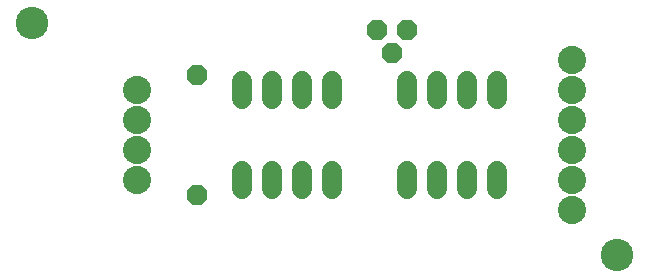
<source format=gbs>
G75*
G70*
%OFA0B0*%
%FSLAX24Y24*%
%IPPOS*%
%LPD*%
%AMOC8*
5,1,8,0,0,1.08239X$1,22.5*
%
%ADD10C,0.1080*%
%ADD11C,0.0680*%
%ADD12OC8,0.0680*%
%ADD13C,0.0940*%
D10*
X001931Y009431D03*
X021431Y001681D03*
D11*
X017431Y003881D02*
X017431Y004481D01*
X016431Y004481D02*
X016431Y003881D01*
X015431Y003881D02*
X015431Y004481D01*
X014431Y004481D02*
X014431Y003881D01*
X011931Y003881D02*
X011931Y004481D01*
X010931Y004481D02*
X010931Y003881D01*
X009931Y003881D02*
X009931Y004481D01*
X008931Y004481D02*
X008931Y003881D01*
X008931Y006881D02*
X008931Y007481D01*
X009931Y007481D02*
X009931Y006881D01*
X010931Y006881D02*
X010931Y007481D01*
X011931Y007481D02*
X011931Y006881D01*
X014431Y006881D02*
X014431Y007481D01*
X015431Y007481D02*
X015431Y006881D01*
X016431Y006881D02*
X016431Y007481D01*
X017431Y007481D02*
X017431Y006881D01*
D12*
X007431Y003681D03*
X007431Y007681D03*
X013431Y009181D03*
X014431Y009181D03*
X013931Y008431D03*
D13*
X019931Y008181D03*
X019931Y007181D03*
X019931Y006181D03*
X019931Y005181D03*
X019931Y004181D03*
X019931Y003181D03*
X005431Y004181D03*
X005431Y005181D03*
X005431Y006181D03*
X005431Y007181D03*
M02*

</source>
